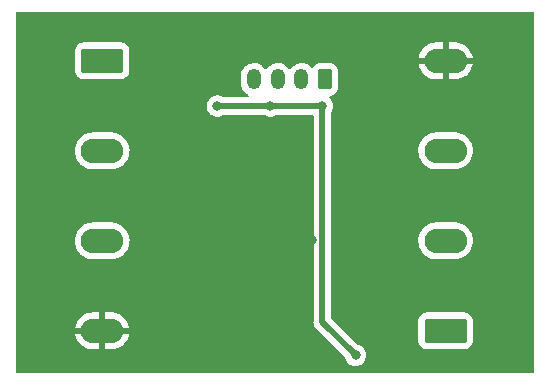
<source format=gbr>
%TF.GenerationSoftware,KiCad,Pcbnew,(6.0.4)*%
%TF.CreationDate,2022-07-19T00:56:17+02:00*%
%TF.ProjectId,Controller_Window,436f6e74-726f-46c6-9c65-725f57696e64,rev?*%
%TF.SameCoordinates,Original*%
%TF.FileFunction,Copper,L2,Bot*%
%TF.FilePolarity,Positive*%
%FSLAX46Y46*%
G04 Gerber Fmt 4.6, Leading zero omitted, Abs format (unit mm)*
G04 Created by KiCad (PCBNEW (6.0.4)) date 2022-07-19 00:56:17*
%MOMM*%
%LPD*%
G01*
G04 APERTURE LIST*
G04 Aperture macros list*
%AMRoundRect*
0 Rectangle with rounded corners*
0 $1 Rounding radius*
0 $2 $3 $4 $5 $6 $7 $8 $9 X,Y pos of 4 corners*
0 Add a 4 corners polygon primitive as box body*
4,1,4,$2,$3,$4,$5,$6,$7,$8,$9,$2,$3,0*
0 Add four circle primitives for the rounded corners*
1,1,$1+$1,$2,$3*
1,1,$1+$1,$4,$5*
1,1,$1+$1,$6,$7*
1,1,$1+$1,$8,$9*
0 Add four rect primitives between the rounded corners*
20,1,$1+$1,$2,$3,$4,$5,0*
20,1,$1+$1,$4,$5,$6,$7,0*
20,1,$1+$1,$6,$7,$8,$9,0*
20,1,$1+$1,$8,$9,$2,$3,0*%
G04 Aperture macros list end*
%TA.AperFunction,ComponentPad*%
%ADD10RoundRect,0.250000X0.350000X0.625000X-0.350000X0.625000X-0.350000X-0.625000X0.350000X-0.625000X0*%
%TD*%
%TA.AperFunction,ComponentPad*%
%ADD11O,1.200000X1.750000*%
%TD*%
%TA.AperFunction,ComponentPad*%
%ADD12RoundRect,0.250001X1.549999X-0.799999X1.549999X0.799999X-1.549999X0.799999X-1.549999X-0.799999X0*%
%TD*%
%TA.AperFunction,ComponentPad*%
%ADD13O,3.600000X2.100000*%
%TD*%
%TA.AperFunction,ComponentPad*%
%ADD14RoundRect,0.250001X-1.549999X0.799999X-1.549999X-0.799999X1.549999X-0.799999X1.549999X0.799999X0*%
%TD*%
%TA.AperFunction,ViaPad*%
%ADD15C,0.800000*%
%TD*%
%TA.AperFunction,Conductor*%
%ADD16C,0.500000*%
%TD*%
G04 APERTURE END LIST*
D10*
%TO.P,J3,1,Pin_1*%
%TO.N,VCC*%
X148900000Y-89450000D03*
D11*
%TO.P,J3,2,Pin_2*%
%TO.N,R_OUT*%
X146900000Y-89450000D03*
%TO.P,J3,3,Pin_3*%
%TO.N,G_OUT*%
X144900000Y-89450000D03*
%TO.P,J3,4,Pin_4*%
%TO.N,B_OUT*%
X142900000Y-89450000D03*
%TD*%
D12*
%TO.P,J1,1,Pin_1*%
%TO.N,VCC*%
X159122500Y-110730000D03*
D13*
%TO.P,J1,2,Pin_2*%
%TO.N,RA*%
X159122500Y-103110000D03*
%TO.P,J1,3,Pin_3*%
%TO.N,RB*%
X159122500Y-95490000D03*
%TO.P,J1,4,Pin_4*%
%TO.N,GND*%
X159122500Y-87870000D03*
%TD*%
D14*
%TO.P,J2,1,Pin_1*%
%TO.N,VCC*%
X130052500Y-87870000D03*
D13*
%TO.P,J2,2,Pin_2*%
%TO.N,TA*%
X130052500Y-95490000D03*
%TO.P,J2,3,Pin_3*%
%TO.N,TB*%
X130052500Y-103110000D03*
%TO.P,J2,4,Pin_4*%
%TO.N,GND*%
X130052500Y-110730000D03*
%TD*%
D15*
%TO.N,VCCQ*%
X148700000Y-91700000D03*
X151500000Y-112800000D03*
X144300000Y-91700000D03*
X139800000Y-91700000D03*
%TO.N,GND*%
X151500000Y-109900000D03*
X150475000Y-97800000D03*
X141300000Y-111600000D03*
X149900000Y-103000000D03*
X144200000Y-109000000D03*
X138000000Y-105300000D03*
X156100000Y-100900000D03*
X147850500Y-103050000D03*
X151875000Y-95550000D03*
X147475000Y-95550000D03*
X143075000Y-95550000D03*
X153300000Y-107200000D03*
X155000000Y-108400000D03*
X144200000Y-111600000D03*
X132300000Y-105100000D03*
X146025000Y-97800000D03*
X141525000Y-97800000D03*
X139400000Y-105075989D03*
X141300000Y-109000000D03*
%TD*%
D16*
%TO.N,VCCQ*%
X151500000Y-112800000D02*
X148700000Y-110000000D01*
X148700000Y-110000000D02*
X148700000Y-91700000D01*
X139800000Y-91700000D02*
X148700000Y-91700000D01*
%TD*%
%TA.AperFunction,Conductor*%
%TO.N,GND*%
G36*
X166583621Y-83728502D02*
G01*
X166630114Y-83782158D01*
X166641500Y-83834500D01*
X166641500Y-114165500D01*
X166621498Y-114233621D01*
X166567842Y-114280114D01*
X166515500Y-114291500D01*
X122884500Y-114291500D01*
X122816379Y-114271498D01*
X122769886Y-114217842D01*
X122758500Y-114165500D01*
X122758500Y-111001114D01*
X127765440Y-111001114D01*
X127768617Y-111028572D01*
X127770578Y-111038476D01*
X127836087Y-111269975D01*
X127839601Y-111279424D01*
X127941282Y-111497483D01*
X127946261Y-111506247D01*
X128081493Y-111705234D01*
X128087825Y-111713109D01*
X128253121Y-111887905D01*
X128260630Y-111894666D01*
X128451753Y-112040791D01*
X128460232Y-112046255D01*
X128672264Y-112159945D01*
X128681516Y-112163987D01*
X128908993Y-112242313D01*
X128918769Y-112244824D01*
X129156928Y-112285961D01*
X129164795Y-112286816D01*
X129189453Y-112287936D01*
X129192286Y-112288000D01*
X129780385Y-112288000D01*
X129795624Y-112283525D01*
X129796829Y-112282135D01*
X129798500Y-112274452D01*
X129798500Y-112269885D01*
X130306500Y-112269885D01*
X130310975Y-112285124D01*
X130312365Y-112286329D01*
X130320048Y-112288000D01*
X130862982Y-112288000D01*
X130868014Y-112287798D01*
X131047363Y-112273368D01*
X131057316Y-112271756D01*
X131290967Y-112214366D01*
X131300537Y-112211183D01*
X131522006Y-112117174D01*
X131530948Y-112112499D01*
X131734536Y-111984293D01*
X131742609Y-111978253D01*
X131923085Y-111819143D01*
X131930088Y-111811891D01*
X132082801Y-111625975D01*
X132088557Y-111617693D01*
X132209580Y-111409754D01*
X132213940Y-111400655D01*
X132300160Y-111176045D01*
X132303009Y-111166363D01*
X132337402Y-111001736D01*
X132336279Y-110987675D01*
X132326172Y-110984000D01*
X130324615Y-110984000D01*
X130309376Y-110988475D01*
X130308171Y-110989865D01*
X130306500Y-110997548D01*
X130306500Y-112269885D01*
X129798500Y-112269885D01*
X129798500Y-111002115D01*
X129794025Y-110986876D01*
X129792635Y-110985671D01*
X129784952Y-110984000D01*
X127781575Y-110984000D01*
X127767489Y-110988136D01*
X127765440Y-111001114D01*
X122758500Y-111001114D01*
X122758500Y-110458264D01*
X127767598Y-110458264D01*
X127768721Y-110472325D01*
X127778828Y-110476000D01*
X129780385Y-110476000D01*
X129795624Y-110471525D01*
X129796829Y-110470135D01*
X129798500Y-110462452D01*
X129798500Y-110457885D01*
X130306500Y-110457885D01*
X130310975Y-110473124D01*
X130312365Y-110474329D01*
X130320048Y-110476000D01*
X132323425Y-110476000D01*
X132337511Y-110471864D01*
X132339560Y-110458886D01*
X132336383Y-110431428D01*
X132334422Y-110421524D01*
X132268913Y-110190025D01*
X132265399Y-110180576D01*
X132163718Y-109962517D01*
X132158739Y-109953753D01*
X132023507Y-109754766D01*
X132017175Y-109746891D01*
X131851879Y-109572095D01*
X131844370Y-109565334D01*
X131653247Y-109419209D01*
X131644768Y-109413745D01*
X131432736Y-109300055D01*
X131423484Y-109296013D01*
X131196007Y-109217687D01*
X131186231Y-109215176D01*
X130948072Y-109174039D01*
X130940205Y-109173184D01*
X130915547Y-109172064D01*
X130912714Y-109172000D01*
X130324615Y-109172000D01*
X130309376Y-109176475D01*
X130308171Y-109177865D01*
X130306500Y-109185548D01*
X130306500Y-110457885D01*
X129798500Y-110457885D01*
X129798500Y-109190115D01*
X129794025Y-109174876D01*
X129792635Y-109173671D01*
X129784952Y-109172000D01*
X129242018Y-109172000D01*
X129236986Y-109172202D01*
X129057637Y-109186632D01*
X129047684Y-109188244D01*
X128814033Y-109245634D01*
X128804463Y-109248817D01*
X128582994Y-109342826D01*
X128574052Y-109347501D01*
X128370464Y-109475707D01*
X128362391Y-109481747D01*
X128181915Y-109640857D01*
X128174912Y-109648109D01*
X128022199Y-109834025D01*
X128016443Y-109842307D01*
X127895420Y-110050246D01*
X127891060Y-110059345D01*
X127804840Y-110283955D01*
X127801991Y-110293637D01*
X127767598Y-110458264D01*
X122758500Y-110458264D01*
X122758500Y-103164568D01*
X127739882Y-103164568D01*
X127768708Y-103413699D01*
X127770087Y-103418573D01*
X127770088Y-103418577D01*
X127809026Y-103556181D01*
X127836994Y-103655017D01*
X127839128Y-103659592D01*
X127839130Y-103659599D01*
X127940847Y-103877731D01*
X127942984Y-103882313D01*
X127945826Y-103886494D01*
X127945826Y-103886495D01*
X128081105Y-104085552D01*
X128081108Y-104085556D01*
X128083951Y-104089739D01*
X128087428Y-104093416D01*
X128087429Y-104093417D01*
X128187738Y-104199491D01*
X128256267Y-104271959D01*
X128260293Y-104275037D01*
X128260294Y-104275038D01*
X128451481Y-104421212D01*
X128451485Y-104421215D01*
X128455501Y-104424285D01*
X128676526Y-104542797D01*
X128681307Y-104544443D01*
X128681311Y-104544445D01*
X128907038Y-104622169D01*
X128913656Y-104624448D01*
X129017189Y-104642331D01*
X129156880Y-104666460D01*
X129156886Y-104666461D01*
X129160790Y-104667135D01*
X129164751Y-104667315D01*
X129164752Y-104667315D01*
X129189431Y-104668436D01*
X129189450Y-104668436D01*
X129190850Y-104668500D01*
X130865515Y-104668500D01*
X130868023Y-104668298D01*
X130868028Y-104668298D01*
X131047444Y-104653863D01*
X131047449Y-104653862D01*
X131052485Y-104653457D01*
X131057393Y-104652252D01*
X131057396Y-104652251D01*
X131291125Y-104594841D01*
X131296039Y-104593634D01*
X131300691Y-104591659D01*
X131300695Y-104591658D01*
X131522241Y-104497617D01*
X131522242Y-104497617D01*
X131526896Y-104495641D01*
X131739115Y-104362000D01*
X131927238Y-104196147D01*
X132086424Y-104002351D01*
X132212578Y-103785596D01*
X132302455Y-103551461D01*
X132353741Y-103305967D01*
X132365118Y-103055432D01*
X132336292Y-102806301D01*
X132297310Y-102668539D01*
X132269384Y-102569852D01*
X132269383Y-102569850D01*
X132268006Y-102564983D01*
X132265872Y-102560408D01*
X132265870Y-102560401D01*
X132164153Y-102342269D01*
X132164151Y-102342265D01*
X132162016Y-102337687D01*
X132159174Y-102333505D01*
X132023895Y-102134448D01*
X132023892Y-102134444D01*
X132021049Y-102130261D01*
X131920425Y-102023853D01*
X131852213Y-101951721D01*
X131848733Y-101948041D01*
X131844706Y-101944962D01*
X131653519Y-101798788D01*
X131653515Y-101798785D01*
X131649499Y-101795715D01*
X131428474Y-101677203D01*
X131423693Y-101675557D01*
X131423689Y-101675555D01*
X131196133Y-101597201D01*
X131191344Y-101595552D01*
X131087811Y-101577669D01*
X130948120Y-101553540D01*
X130948114Y-101553539D01*
X130944210Y-101552865D01*
X130940249Y-101552685D01*
X130940248Y-101552685D01*
X130915569Y-101551564D01*
X130915550Y-101551564D01*
X130914150Y-101551500D01*
X129239485Y-101551500D01*
X129236977Y-101551702D01*
X129236972Y-101551702D01*
X129057556Y-101566137D01*
X129057551Y-101566138D01*
X129052515Y-101566543D01*
X129047607Y-101567748D01*
X129047604Y-101567749D01*
X128815826Y-101624680D01*
X128808961Y-101626366D01*
X128804309Y-101628341D01*
X128804305Y-101628342D01*
X128683561Y-101679595D01*
X128578104Y-101724359D01*
X128365885Y-101858000D01*
X128177762Y-102023853D01*
X128018576Y-102217649D01*
X127892422Y-102434404D01*
X127802545Y-102668539D01*
X127751259Y-102914033D01*
X127739882Y-103164568D01*
X122758500Y-103164568D01*
X122758500Y-95544568D01*
X127739882Y-95544568D01*
X127768708Y-95793699D01*
X127770087Y-95798573D01*
X127770088Y-95798577D01*
X127809026Y-95936181D01*
X127836994Y-96035017D01*
X127839128Y-96039592D01*
X127839130Y-96039599D01*
X127940847Y-96257731D01*
X127942984Y-96262313D01*
X127945826Y-96266494D01*
X127945826Y-96266495D01*
X128081105Y-96465552D01*
X128081108Y-96465556D01*
X128083951Y-96469739D01*
X128087428Y-96473416D01*
X128087429Y-96473417D01*
X128187738Y-96579491D01*
X128256267Y-96651959D01*
X128260293Y-96655037D01*
X128260294Y-96655038D01*
X128451481Y-96801212D01*
X128451485Y-96801215D01*
X128455501Y-96804285D01*
X128676526Y-96922797D01*
X128681307Y-96924443D01*
X128681311Y-96924445D01*
X128907038Y-97002169D01*
X128913656Y-97004448D01*
X129017189Y-97022331D01*
X129156880Y-97046460D01*
X129156886Y-97046461D01*
X129160790Y-97047135D01*
X129164751Y-97047315D01*
X129164752Y-97047315D01*
X129189431Y-97048436D01*
X129189450Y-97048436D01*
X129190850Y-97048500D01*
X130865515Y-97048500D01*
X130868023Y-97048298D01*
X130868028Y-97048298D01*
X131047444Y-97033863D01*
X131047449Y-97033862D01*
X131052485Y-97033457D01*
X131057393Y-97032252D01*
X131057396Y-97032251D01*
X131291125Y-96974841D01*
X131296039Y-96973634D01*
X131300691Y-96971659D01*
X131300695Y-96971658D01*
X131522241Y-96877617D01*
X131522242Y-96877617D01*
X131526896Y-96875641D01*
X131739115Y-96742000D01*
X131927238Y-96576147D01*
X132086424Y-96382351D01*
X132212578Y-96165596D01*
X132302455Y-95931461D01*
X132353741Y-95685967D01*
X132365118Y-95435432D01*
X132336292Y-95186301D01*
X132297310Y-95048539D01*
X132269384Y-94949852D01*
X132269383Y-94949850D01*
X132268006Y-94944983D01*
X132265872Y-94940408D01*
X132265870Y-94940401D01*
X132164153Y-94722269D01*
X132164151Y-94722265D01*
X132162016Y-94717687D01*
X132159174Y-94713505D01*
X132023895Y-94514448D01*
X132023892Y-94514444D01*
X132021049Y-94510261D01*
X131920425Y-94403853D01*
X131852213Y-94331721D01*
X131848733Y-94328041D01*
X131844706Y-94324962D01*
X131653519Y-94178788D01*
X131653515Y-94178785D01*
X131649499Y-94175715D01*
X131428474Y-94057203D01*
X131423693Y-94055557D01*
X131423689Y-94055555D01*
X131196133Y-93977201D01*
X131191344Y-93975552D01*
X131087811Y-93957669D01*
X130948120Y-93933540D01*
X130948114Y-93933539D01*
X130944210Y-93932865D01*
X130940249Y-93932685D01*
X130940248Y-93932685D01*
X130915569Y-93931564D01*
X130915550Y-93931564D01*
X130914150Y-93931500D01*
X129239485Y-93931500D01*
X129236977Y-93931702D01*
X129236972Y-93931702D01*
X129057556Y-93946137D01*
X129057551Y-93946138D01*
X129052515Y-93946543D01*
X129047607Y-93947748D01*
X129047604Y-93947749D01*
X128815826Y-94004680D01*
X128808961Y-94006366D01*
X128804309Y-94008341D01*
X128804305Y-94008342D01*
X128683561Y-94059595D01*
X128578104Y-94104359D01*
X128365885Y-94238000D01*
X128177762Y-94403853D01*
X128018576Y-94597649D01*
X127892422Y-94814404D01*
X127802545Y-95048539D01*
X127751259Y-95294033D01*
X127739882Y-95544568D01*
X122758500Y-95544568D01*
X122758500Y-91700000D01*
X138886496Y-91700000D01*
X138906458Y-91889928D01*
X138965473Y-92071556D01*
X139060960Y-92236944D01*
X139188747Y-92378866D01*
X139287843Y-92450864D01*
X139337904Y-92487235D01*
X139343248Y-92491118D01*
X139349276Y-92493802D01*
X139349278Y-92493803D01*
X139511681Y-92566109D01*
X139517712Y-92568794D01*
X139591603Y-92584500D01*
X139698056Y-92607128D01*
X139698061Y-92607128D01*
X139704513Y-92608500D01*
X139895487Y-92608500D01*
X139901939Y-92607128D01*
X139901944Y-92607128D01*
X140008397Y-92584500D01*
X140082288Y-92568794D01*
X140088319Y-92566109D01*
X140250722Y-92493803D01*
X140250724Y-92493802D01*
X140256752Y-92491118D01*
X140262091Y-92487239D01*
X140262098Y-92487235D01*
X140268528Y-92482563D01*
X140342587Y-92458500D01*
X143757413Y-92458500D01*
X143831472Y-92482563D01*
X143837902Y-92487235D01*
X143837909Y-92487239D01*
X143843248Y-92491118D01*
X143849276Y-92493802D01*
X143849278Y-92493803D01*
X144011681Y-92566109D01*
X144017712Y-92568794D01*
X144091603Y-92584500D01*
X144198056Y-92607128D01*
X144198061Y-92607128D01*
X144204513Y-92608500D01*
X144395487Y-92608500D01*
X144401939Y-92607128D01*
X144401944Y-92607128D01*
X144508397Y-92584500D01*
X144582288Y-92568794D01*
X144588319Y-92566109D01*
X144750722Y-92493803D01*
X144750724Y-92493802D01*
X144756752Y-92491118D01*
X144762091Y-92487239D01*
X144762098Y-92487235D01*
X144768528Y-92482563D01*
X144842587Y-92458500D01*
X147815500Y-92458500D01*
X147883621Y-92478502D01*
X147930114Y-92532158D01*
X147941500Y-92584500D01*
X147941500Y-109932930D01*
X147940067Y-109951880D01*
X147938449Y-109962517D01*
X147936801Y-109973349D01*
X147937394Y-109980641D01*
X147937394Y-109980644D01*
X147941085Y-110026018D01*
X147941500Y-110036233D01*
X147941500Y-110044293D01*
X147941925Y-110047937D01*
X147944789Y-110072507D01*
X147945222Y-110076882D01*
X147951140Y-110149637D01*
X147953396Y-110156601D01*
X147954587Y-110162560D01*
X147955971Y-110168415D01*
X147956818Y-110175681D01*
X147981735Y-110244327D01*
X147983152Y-110248455D01*
X147994653Y-110283955D01*
X148005649Y-110317899D01*
X148009445Y-110324154D01*
X148011951Y-110329628D01*
X148014670Y-110335058D01*
X148017167Y-110341937D01*
X148021180Y-110348057D01*
X148021180Y-110348058D01*
X148057186Y-110402976D01*
X148059523Y-110406680D01*
X148097405Y-110469107D01*
X148101121Y-110473315D01*
X148101122Y-110473316D01*
X148104803Y-110477484D01*
X148104776Y-110477508D01*
X148107429Y-110480500D01*
X148110132Y-110483733D01*
X148114144Y-110489852D01*
X148119456Y-110494884D01*
X148170383Y-110543128D01*
X148172825Y-110545506D01*
X150579875Y-112952556D01*
X150610613Y-113002714D01*
X150665473Y-113171556D01*
X150760960Y-113336944D01*
X150888747Y-113478866D01*
X151043248Y-113591118D01*
X151049276Y-113593802D01*
X151049278Y-113593803D01*
X151211681Y-113666109D01*
X151217712Y-113668794D01*
X151311112Y-113688647D01*
X151398056Y-113707128D01*
X151398061Y-113707128D01*
X151404513Y-113708500D01*
X151595487Y-113708500D01*
X151601939Y-113707128D01*
X151601944Y-113707128D01*
X151688888Y-113688647D01*
X151782288Y-113668794D01*
X151788319Y-113666109D01*
X151950722Y-113593803D01*
X151950724Y-113593802D01*
X151956752Y-113591118D01*
X152111253Y-113478866D01*
X152239040Y-113336944D01*
X152334527Y-113171556D01*
X152393542Y-112989928D01*
X152413504Y-112800000D01*
X152393542Y-112610072D01*
X152334527Y-112428444D01*
X152239040Y-112263056D01*
X152195200Y-112214366D01*
X152115675Y-112126045D01*
X152115674Y-112126044D01*
X152111253Y-112121134D01*
X151956752Y-112008882D01*
X151950724Y-112006198D01*
X151950722Y-112006197D01*
X151788319Y-111933891D01*
X151788318Y-111933891D01*
X151782288Y-111931206D01*
X151775833Y-111929834D01*
X151775824Y-111929831D01*
X151719228Y-111917801D01*
X151656331Y-111883650D01*
X151353081Y-111580400D01*
X156814000Y-111580400D01*
X156814337Y-111583646D01*
X156814337Y-111583650D01*
X156818729Y-111625975D01*
X156824974Y-111686165D01*
X156880950Y-111853945D01*
X156974022Y-112004348D01*
X157099197Y-112129305D01*
X157105427Y-112133145D01*
X157105428Y-112133146D01*
X157242590Y-112217694D01*
X157249762Y-112222115D01*
X157318228Y-112244824D01*
X157411111Y-112275632D01*
X157411113Y-112275632D01*
X157417639Y-112277797D01*
X157424475Y-112278497D01*
X157424478Y-112278498D01*
X157467531Y-112282909D01*
X157522100Y-112288500D01*
X160722900Y-112288500D01*
X160726146Y-112288163D01*
X160726150Y-112288163D01*
X160821807Y-112278238D01*
X160821811Y-112278237D01*
X160828665Y-112277526D01*
X160835201Y-112275345D01*
X160835203Y-112275345D01*
X160967305Y-112231272D01*
X160996445Y-112221550D01*
X161146848Y-112128478D01*
X161271805Y-112003303D01*
X161287246Y-111978253D01*
X161360775Y-111858968D01*
X161360776Y-111858966D01*
X161364615Y-111852738D01*
X161420297Y-111684861D01*
X161431000Y-111580400D01*
X161431000Y-109879600D01*
X161427131Y-109842307D01*
X161420738Y-109780693D01*
X161420737Y-109780689D01*
X161420026Y-109773835D01*
X161390662Y-109685819D01*
X161366368Y-109613003D01*
X161364050Y-109606055D01*
X161270978Y-109455652D01*
X161145803Y-109330695D01*
X161012973Y-109248817D01*
X161001468Y-109241725D01*
X161001466Y-109241724D01*
X160995238Y-109237885D01*
X160915495Y-109211436D01*
X160833889Y-109184368D01*
X160833887Y-109184368D01*
X160827361Y-109182203D01*
X160820525Y-109181503D01*
X160820522Y-109181502D01*
X160777469Y-109177091D01*
X160722900Y-109171500D01*
X157522100Y-109171500D01*
X157518854Y-109171837D01*
X157518850Y-109171837D01*
X157423193Y-109181762D01*
X157423189Y-109181763D01*
X157416335Y-109182474D01*
X157409799Y-109184655D01*
X157409797Y-109184655D01*
X157399040Y-109188244D01*
X157248555Y-109238450D01*
X157098152Y-109331522D01*
X156973195Y-109456697D01*
X156880385Y-109607262D01*
X156824703Y-109775139D01*
X156814000Y-109879600D01*
X156814000Y-111580400D01*
X151353081Y-111580400D01*
X149495405Y-109722724D01*
X149461379Y-109660412D01*
X149458500Y-109633629D01*
X149458500Y-103164568D01*
X156809882Y-103164568D01*
X156838708Y-103413699D01*
X156840087Y-103418573D01*
X156840088Y-103418577D01*
X156879026Y-103556181D01*
X156906994Y-103655017D01*
X156909128Y-103659592D01*
X156909130Y-103659599D01*
X157010847Y-103877731D01*
X157012984Y-103882313D01*
X157015826Y-103886494D01*
X157015826Y-103886495D01*
X157151105Y-104085552D01*
X157151108Y-104085556D01*
X157153951Y-104089739D01*
X157157428Y-104093416D01*
X157157429Y-104093417D01*
X157257738Y-104199491D01*
X157326267Y-104271959D01*
X157330293Y-104275037D01*
X157330294Y-104275038D01*
X157521481Y-104421212D01*
X157521485Y-104421215D01*
X157525501Y-104424285D01*
X157746526Y-104542797D01*
X157751307Y-104544443D01*
X157751311Y-104544445D01*
X157977038Y-104622169D01*
X157983656Y-104624448D01*
X158087189Y-104642331D01*
X158226880Y-104666460D01*
X158226886Y-104666461D01*
X158230790Y-104667135D01*
X158234751Y-104667315D01*
X158234752Y-104667315D01*
X158259431Y-104668436D01*
X158259450Y-104668436D01*
X158260850Y-104668500D01*
X159935515Y-104668500D01*
X159938023Y-104668298D01*
X159938028Y-104668298D01*
X160117444Y-104653863D01*
X160117449Y-104653862D01*
X160122485Y-104653457D01*
X160127393Y-104652252D01*
X160127396Y-104652251D01*
X160361125Y-104594841D01*
X160366039Y-104593634D01*
X160370691Y-104591659D01*
X160370695Y-104591658D01*
X160592241Y-104497617D01*
X160592242Y-104497617D01*
X160596896Y-104495641D01*
X160809115Y-104362000D01*
X160997238Y-104196147D01*
X161156424Y-104002351D01*
X161282578Y-103785596D01*
X161372455Y-103551461D01*
X161423741Y-103305967D01*
X161435118Y-103055432D01*
X161406292Y-102806301D01*
X161367310Y-102668539D01*
X161339384Y-102569852D01*
X161339383Y-102569850D01*
X161338006Y-102564983D01*
X161335872Y-102560408D01*
X161335870Y-102560401D01*
X161234153Y-102342269D01*
X161234151Y-102342265D01*
X161232016Y-102337687D01*
X161229174Y-102333505D01*
X161093895Y-102134448D01*
X161093892Y-102134444D01*
X161091049Y-102130261D01*
X160990425Y-102023853D01*
X160922213Y-101951721D01*
X160918733Y-101948041D01*
X160914706Y-101944962D01*
X160723519Y-101798788D01*
X160723515Y-101798785D01*
X160719499Y-101795715D01*
X160498474Y-101677203D01*
X160493693Y-101675557D01*
X160493689Y-101675555D01*
X160266133Y-101597201D01*
X160261344Y-101595552D01*
X160157811Y-101577669D01*
X160018120Y-101553540D01*
X160018114Y-101553539D01*
X160014210Y-101552865D01*
X160010249Y-101552685D01*
X160010248Y-101552685D01*
X159985569Y-101551564D01*
X159985550Y-101551564D01*
X159984150Y-101551500D01*
X158309485Y-101551500D01*
X158306977Y-101551702D01*
X158306972Y-101551702D01*
X158127556Y-101566137D01*
X158127551Y-101566138D01*
X158122515Y-101566543D01*
X158117607Y-101567748D01*
X158117604Y-101567749D01*
X157885826Y-101624680D01*
X157878961Y-101626366D01*
X157874309Y-101628341D01*
X157874305Y-101628342D01*
X157753561Y-101679595D01*
X157648104Y-101724359D01*
X157435885Y-101858000D01*
X157247762Y-102023853D01*
X157088576Y-102217649D01*
X156962422Y-102434404D01*
X156872545Y-102668539D01*
X156821259Y-102914033D01*
X156809882Y-103164568D01*
X149458500Y-103164568D01*
X149458500Y-95544568D01*
X156809882Y-95544568D01*
X156838708Y-95793699D01*
X156840087Y-95798573D01*
X156840088Y-95798577D01*
X156879026Y-95936181D01*
X156906994Y-96035017D01*
X156909128Y-96039592D01*
X156909130Y-96039599D01*
X157010847Y-96257731D01*
X157012984Y-96262313D01*
X157015826Y-96266494D01*
X157015826Y-96266495D01*
X157151105Y-96465552D01*
X157151108Y-96465556D01*
X157153951Y-96469739D01*
X157157428Y-96473416D01*
X157157429Y-96473417D01*
X157257738Y-96579491D01*
X157326267Y-96651959D01*
X157330293Y-96655037D01*
X157330294Y-96655038D01*
X157521481Y-96801212D01*
X157521485Y-96801215D01*
X157525501Y-96804285D01*
X157746526Y-96922797D01*
X157751307Y-96924443D01*
X157751311Y-96924445D01*
X157977038Y-97002169D01*
X157983656Y-97004448D01*
X158087189Y-97022331D01*
X158226880Y-97046460D01*
X158226886Y-97046461D01*
X158230790Y-97047135D01*
X158234751Y-97047315D01*
X158234752Y-97047315D01*
X158259431Y-97048436D01*
X158259450Y-97048436D01*
X158260850Y-97048500D01*
X159935515Y-97048500D01*
X159938023Y-97048298D01*
X159938028Y-97048298D01*
X160117444Y-97033863D01*
X160117449Y-97033862D01*
X160122485Y-97033457D01*
X160127393Y-97032252D01*
X160127396Y-97032251D01*
X160361125Y-96974841D01*
X160366039Y-96973634D01*
X160370691Y-96971659D01*
X160370695Y-96971658D01*
X160592241Y-96877617D01*
X160592242Y-96877617D01*
X160596896Y-96875641D01*
X160809115Y-96742000D01*
X160997238Y-96576147D01*
X161156424Y-96382351D01*
X161282578Y-96165596D01*
X161372455Y-95931461D01*
X161423741Y-95685967D01*
X161435118Y-95435432D01*
X161406292Y-95186301D01*
X161367310Y-95048539D01*
X161339384Y-94949852D01*
X161339383Y-94949850D01*
X161338006Y-94944983D01*
X161335872Y-94940408D01*
X161335870Y-94940401D01*
X161234153Y-94722269D01*
X161234151Y-94722265D01*
X161232016Y-94717687D01*
X161229174Y-94713505D01*
X161093895Y-94514448D01*
X161093892Y-94514444D01*
X161091049Y-94510261D01*
X160990425Y-94403853D01*
X160922213Y-94331721D01*
X160918733Y-94328041D01*
X160914706Y-94324962D01*
X160723519Y-94178788D01*
X160723515Y-94178785D01*
X160719499Y-94175715D01*
X160498474Y-94057203D01*
X160493693Y-94055557D01*
X160493689Y-94055555D01*
X160266133Y-93977201D01*
X160261344Y-93975552D01*
X160157811Y-93957669D01*
X160018120Y-93933540D01*
X160018114Y-93933539D01*
X160014210Y-93932865D01*
X160010249Y-93932685D01*
X160010248Y-93932685D01*
X159985569Y-93931564D01*
X159985550Y-93931564D01*
X159984150Y-93931500D01*
X158309485Y-93931500D01*
X158306977Y-93931702D01*
X158306972Y-93931702D01*
X158127556Y-93946137D01*
X158127551Y-93946138D01*
X158122515Y-93946543D01*
X158117607Y-93947748D01*
X158117604Y-93947749D01*
X157885826Y-94004680D01*
X157878961Y-94006366D01*
X157874309Y-94008341D01*
X157874305Y-94008342D01*
X157753561Y-94059595D01*
X157648104Y-94104359D01*
X157435885Y-94238000D01*
X157247762Y-94403853D01*
X157088576Y-94597649D01*
X156962422Y-94814404D01*
X156872545Y-95048539D01*
X156821259Y-95294033D01*
X156809882Y-95544568D01*
X149458500Y-95544568D01*
X149458500Y-92236999D01*
X149475381Y-92173999D01*
X149531223Y-92077279D01*
X149531224Y-92077278D01*
X149534527Y-92071556D01*
X149593542Y-91889928D01*
X149613504Y-91700000D01*
X149593542Y-91510072D01*
X149534527Y-91328444D01*
X149439040Y-91163056D01*
X149321554Y-91032574D01*
X149290838Y-90968569D01*
X149299602Y-90898115D01*
X149345064Y-90843584D01*
X149392918Y-90826288D01*
X149392573Y-90824692D01*
X149399309Y-90823237D01*
X149406166Y-90822526D01*
X149412702Y-90820345D01*
X149412704Y-90820345D01*
X149566998Y-90768868D01*
X149573946Y-90766550D01*
X149724348Y-90673478D01*
X149849305Y-90548303D01*
X149886352Y-90488202D01*
X149938275Y-90403968D01*
X149938276Y-90403966D01*
X149942115Y-90397738D01*
X149997797Y-90229861D01*
X150008500Y-90125400D01*
X150008500Y-88774600D01*
X150003208Y-88723598D01*
X149998238Y-88675692D01*
X149998237Y-88675688D01*
X149997526Y-88668834D01*
X149993749Y-88657511D01*
X149943868Y-88508002D01*
X149941550Y-88501054D01*
X149848478Y-88350652D01*
X149723303Y-88225695D01*
X149620826Y-88162527D01*
X149586088Y-88141114D01*
X156835440Y-88141114D01*
X156838617Y-88168572D01*
X156840578Y-88178476D01*
X156906087Y-88409975D01*
X156909601Y-88419424D01*
X157011282Y-88637483D01*
X157016261Y-88646247D01*
X157151493Y-88845234D01*
X157157825Y-88853109D01*
X157323121Y-89027905D01*
X157330630Y-89034666D01*
X157521753Y-89180791D01*
X157530232Y-89186255D01*
X157742264Y-89299945D01*
X157751516Y-89303987D01*
X157978993Y-89382313D01*
X157988769Y-89384824D01*
X158226928Y-89425961D01*
X158234795Y-89426816D01*
X158259453Y-89427936D01*
X158262286Y-89428000D01*
X158850385Y-89428000D01*
X158865624Y-89423525D01*
X158866829Y-89422135D01*
X158868500Y-89414452D01*
X158868500Y-89409885D01*
X159376500Y-89409885D01*
X159380975Y-89425124D01*
X159382365Y-89426329D01*
X159390048Y-89428000D01*
X159932982Y-89428000D01*
X159938014Y-89427798D01*
X160117363Y-89413368D01*
X160127316Y-89411756D01*
X160360967Y-89354366D01*
X160370537Y-89351183D01*
X160592006Y-89257174D01*
X160600948Y-89252499D01*
X160804536Y-89124293D01*
X160812609Y-89118253D01*
X160993085Y-88959143D01*
X161000088Y-88951891D01*
X161152801Y-88765975D01*
X161158557Y-88757693D01*
X161279580Y-88549754D01*
X161283940Y-88540655D01*
X161370160Y-88316045D01*
X161373009Y-88306363D01*
X161407402Y-88141736D01*
X161406279Y-88127675D01*
X161396172Y-88124000D01*
X159394615Y-88124000D01*
X159379376Y-88128475D01*
X159378171Y-88129865D01*
X159376500Y-88137548D01*
X159376500Y-89409885D01*
X158868500Y-89409885D01*
X158868500Y-88142115D01*
X158864025Y-88126876D01*
X158862635Y-88125671D01*
X158854952Y-88124000D01*
X156851575Y-88124000D01*
X156837489Y-88128136D01*
X156835440Y-88141114D01*
X149586088Y-88141114D01*
X149578968Y-88136725D01*
X149578966Y-88136724D01*
X149572738Y-88132885D01*
X149412254Y-88079655D01*
X149411389Y-88079368D01*
X149411387Y-88079368D01*
X149404861Y-88077203D01*
X149398025Y-88076503D01*
X149398022Y-88076502D01*
X149354969Y-88072091D01*
X149300400Y-88066500D01*
X148499600Y-88066500D01*
X148496354Y-88066837D01*
X148496350Y-88066837D01*
X148400692Y-88076762D01*
X148400688Y-88076763D01*
X148393834Y-88077474D01*
X148387298Y-88079655D01*
X148387296Y-88079655D01*
X148264213Y-88120719D01*
X148226054Y-88133450D01*
X148075652Y-88226522D01*
X147950695Y-88351697D01*
X147946855Y-88357927D01*
X147946854Y-88357928D01*
X147918926Y-88403236D01*
X147866154Y-88450729D01*
X147796082Y-88462153D01*
X147730958Y-88433879D01*
X147712582Y-88414955D01*
X147706396Y-88407080D01*
X147701865Y-88403148D01*
X147701862Y-88403145D01*
X147551167Y-88272379D01*
X147546637Y-88268448D01*
X147541451Y-88265448D01*
X147541447Y-88265445D01*
X147368742Y-88165533D01*
X147363546Y-88162527D01*
X147163729Y-88093139D01*
X147157794Y-88092278D01*
X147157792Y-88092278D01*
X146960336Y-88063648D01*
X146960333Y-88063648D01*
X146954396Y-88062787D01*
X146743101Y-88072567D01*
X146611923Y-88104181D01*
X146543299Y-88120719D01*
X146543297Y-88120720D01*
X146537466Y-88122125D01*
X146532008Y-88124607D01*
X146532004Y-88124608D01*
X146435312Y-88168572D01*
X146344913Y-88209674D01*
X146262057Y-88268448D01*
X146194958Y-88316045D01*
X146172389Y-88332054D01*
X146026119Y-88484850D01*
X146022868Y-88489885D01*
X146022866Y-88489888D01*
X146005254Y-88517163D01*
X145951499Y-88563540D01*
X145881203Y-88573493D01*
X145816686Y-88543861D01*
X145800317Y-88526647D01*
X145781163Y-88502262D01*
X145706396Y-88407080D01*
X145701865Y-88403148D01*
X145701862Y-88403145D01*
X145551167Y-88272379D01*
X145546637Y-88268448D01*
X145541451Y-88265448D01*
X145541447Y-88265445D01*
X145368742Y-88165533D01*
X145363546Y-88162527D01*
X145163729Y-88093139D01*
X145157794Y-88092278D01*
X145157792Y-88092278D01*
X144960336Y-88063648D01*
X144960333Y-88063648D01*
X144954396Y-88062787D01*
X144743101Y-88072567D01*
X144611923Y-88104181D01*
X144543299Y-88120719D01*
X144543297Y-88120720D01*
X144537466Y-88122125D01*
X144532008Y-88124607D01*
X144532004Y-88124608D01*
X144435312Y-88168572D01*
X144344913Y-88209674D01*
X144262057Y-88268448D01*
X144194958Y-88316045D01*
X144172389Y-88332054D01*
X144026119Y-88484850D01*
X144022868Y-88489885D01*
X144022866Y-88489888D01*
X144005254Y-88517163D01*
X143951499Y-88563540D01*
X143881203Y-88573493D01*
X143816686Y-88543861D01*
X143800317Y-88526647D01*
X143781163Y-88502262D01*
X143706396Y-88407080D01*
X143701865Y-88403148D01*
X143701862Y-88403145D01*
X143551167Y-88272379D01*
X143546637Y-88268448D01*
X143541451Y-88265448D01*
X143541447Y-88265445D01*
X143368742Y-88165533D01*
X143363546Y-88162527D01*
X143163729Y-88093139D01*
X143157794Y-88092278D01*
X143157792Y-88092278D01*
X142960336Y-88063648D01*
X142960333Y-88063648D01*
X142954396Y-88062787D01*
X142743101Y-88072567D01*
X142611923Y-88104181D01*
X142543299Y-88120719D01*
X142543297Y-88120720D01*
X142537466Y-88122125D01*
X142532008Y-88124607D01*
X142532004Y-88124608D01*
X142435312Y-88168572D01*
X142344913Y-88209674D01*
X142262057Y-88268448D01*
X142194958Y-88316045D01*
X142172389Y-88332054D01*
X142026119Y-88484850D01*
X141911380Y-88662548D01*
X141909137Y-88668114D01*
X141837756Y-88845234D01*
X141832314Y-88858737D01*
X141791772Y-89066337D01*
X141791500Y-89071899D01*
X141791500Y-89777846D01*
X141806548Y-89935566D01*
X141866092Y-90138534D01*
X141868836Y-90143861D01*
X141868836Y-90143862D01*
X141916491Y-90236389D01*
X141962942Y-90326580D01*
X142093604Y-90492920D01*
X142098132Y-90496849D01*
X142098138Y-90496855D01*
X142184058Y-90571412D01*
X142253363Y-90631552D01*
X142258549Y-90634552D01*
X142258553Y-90634555D01*
X142345471Y-90684838D01*
X142354958Y-90690326D01*
X142382805Y-90706436D01*
X142431754Y-90757861D01*
X142445129Y-90827586D01*
X142418685Y-90893474D01*
X142360817Y-90934606D01*
X142319710Y-90941500D01*
X140342587Y-90941500D01*
X140268528Y-90917437D01*
X140262098Y-90912765D01*
X140262091Y-90912761D01*
X140256752Y-90908882D01*
X140250724Y-90906198D01*
X140250722Y-90906197D01*
X140088319Y-90833891D01*
X140088318Y-90833891D01*
X140082288Y-90831206D01*
X139988887Y-90811353D01*
X139901944Y-90792872D01*
X139901939Y-90792872D01*
X139895487Y-90791500D01*
X139704513Y-90791500D01*
X139698061Y-90792872D01*
X139698056Y-90792872D01*
X139611113Y-90811353D01*
X139517712Y-90831206D01*
X139511682Y-90833891D01*
X139511681Y-90833891D01*
X139349278Y-90906197D01*
X139349276Y-90906198D01*
X139343248Y-90908882D01*
X139337907Y-90912762D01*
X139337906Y-90912763D01*
X139307842Y-90934606D01*
X139188747Y-91021134D01*
X139060960Y-91163056D01*
X138965473Y-91328444D01*
X138906458Y-91510072D01*
X138886496Y-91700000D01*
X122758500Y-91700000D01*
X122758500Y-88720400D01*
X127744000Y-88720400D01*
X127744337Y-88723646D01*
X127744337Y-88723650D01*
X127749963Y-88777866D01*
X127754974Y-88826165D01*
X127810950Y-88993945D01*
X127904022Y-89144348D01*
X128029197Y-89269305D01*
X128035427Y-89273145D01*
X128035428Y-89273146D01*
X128172590Y-89357694D01*
X128179762Y-89362115D01*
X128248228Y-89384824D01*
X128341111Y-89415632D01*
X128341113Y-89415632D01*
X128347639Y-89417797D01*
X128354475Y-89418497D01*
X128354478Y-89418498D01*
X128397531Y-89422909D01*
X128452100Y-89428500D01*
X131652900Y-89428500D01*
X131656146Y-89428163D01*
X131656150Y-89428163D01*
X131751807Y-89418238D01*
X131751811Y-89418237D01*
X131758665Y-89417526D01*
X131765201Y-89415345D01*
X131765203Y-89415345D01*
X131897305Y-89371272D01*
X131926445Y-89361550D01*
X132076848Y-89268478D01*
X132201805Y-89143303D01*
X132245819Y-89071899D01*
X132290775Y-88998968D01*
X132290776Y-88998966D01*
X132294615Y-88992738D01*
X132350297Y-88824861D01*
X132361000Y-88720400D01*
X132361000Y-87598264D01*
X156837598Y-87598264D01*
X156838721Y-87612325D01*
X156848828Y-87616000D01*
X158850385Y-87616000D01*
X158865624Y-87611525D01*
X158866829Y-87610135D01*
X158868500Y-87602452D01*
X158868500Y-87597885D01*
X159376500Y-87597885D01*
X159380975Y-87613124D01*
X159382365Y-87614329D01*
X159390048Y-87616000D01*
X161393425Y-87616000D01*
X161407511Y-87611864D01*
X161409560Y-87598886D01*
X161406383Y-87571428D01*
X161404422Y-87561524D01*
X161338913Y-87330025D01*
X161335399Y-87320576D01*
X161233718Y-87102517D01*
X161228739Y-87093753D01*
X161093507Y-86894766D01*
X161087175Y-86886891D01*
X160921879Y-86712095D01*
X160914370Y-86705334D01*
X160723247Y-86559209D01*
X160714768Y-86553745D01*
X160502736Y-86440055D01*
X160493484Y-86436013D01*
X160266007Y-86357687D01*
X160256231Y-86355176D01*
X160018072Y-86314039D01*
X160010205Y-86313184D01*
X159985547Y-86312064D01*
X159982714Y-86312000D01*
X159394615Y-86312000D01*
X159379376Y-86316475D01*
X159378171Y-86317865D01*
X159376500Y-86325548D01*
X159376500Y-87597885D01*
X158868500Y-87597885D01*
X158868500Y-86330115D01*
X158864025Y-86314876D01*
X158862635Y-86313671D01*
X158854952Y-86312000D01*
X158312018Y-86312000D01*
X158306986Y-86312202D01*
X158127637Y-86326632D01*
X158117684Y-86328244D01*
X157884033Y-86385634D01*
X157874463Y-86388817D01*
X157652994Y-86482826D01*
X157644052Y-86487501D01*
X157440464Y-86615707D01*
X157432391Y-86621747D01*
X157251915Y-86780857D01*
X157244912Y-86788109D01*
X157092199Y-86974025D01*
X157086443Y-86982307D01*
X156965420Y-87190246D01*
X156961060Y-87199345D01*
X156874840Y-87423955D01*
X156871991Y-87433637D01*
X156837598Y-87598264D01*
X132361000Y-87598264D01*
X132361000Y-87019600D01*
X132357131Y-86982307D01*
X132350738Y-86920693D01*
X132350737Y-86920689D01*
X132350026Y-86913835D01*
X132294050Y-86746055D01*
X132200978Y-86595652D01*
X132075803Y-86470695D01*
X131942973Y-86388817D01*
X131931468Y-86381725D01*
X131931466Y-86381724D01*
X131925238Y-86377885D01*
X131845495Y-86351436D01*
X131763889Y-86324368D01*
X131763887Y-86324368D01*
X131757361Y-86322203D01*
X131750525Y-86321503D01*
X131750522Y-86321502D01*
X131707469Y-86317091D01*
X131652900Y-86311500D01*
X128452100Y-86311500D01*
X128448854Y-86311837D01*
X128448850Y-86311837D01*
X128353193Y-86321762D01*
X128353189Y-86321763D01*
X128346335Y-86322474D01*
X128339799Y-86324655D01*
X128339797Y-86324655D01*
X128329040Y-86328244D01*
X128178555Y-86378450D01*
X128028152Y-86471522D01*
X127903195Y-86596697D01*
X127810385Y-86747262D01*
X127754703Y-86915139D01*
X127744000Y-87019600D01*
X127744000Y-88720400D01*
X122758500Y-88720400D01*
X122758500Y-83834500D01*
X122778502Y-83766379D01*
X122832158Y-83719886D01*
X122884500Y-83708500D01*
X166515500Y-83708500D01*
X166583621Y-83728502D01*
G37*
%TD.AperFunction*%
%TD*%
M02*

</source>
